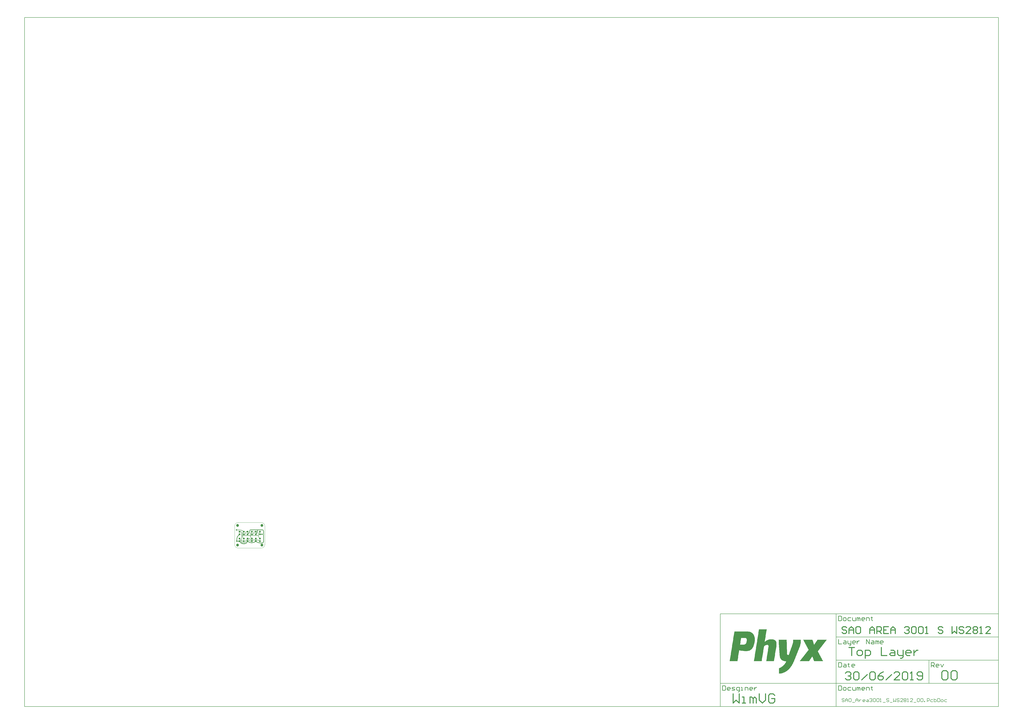
<source format=gtl>
G04*
G04 #@! TF.GenerationSoftware,Altium Limited,Altium Designer,18.1.11 (251)*
G04*
G04 Layer_Physical_Order=1*
G04 Layer_Color=3394611*
%FSLAX25Y25*%
%MOIN*%
G70*
G01*
G75*
%ADD11C,0.00591*%
%ADD12C,0.01575*%
%ADD15C,0.00394*%
%ADD16C,0.00787*%
%ADD17C,0.00984*%
%ADD18R,0.02756X0.02756*%
%ADD22C,0.00984*%
%ADD23C,0.04724*%
%ADD24C,0.02362*%
G36*
X872201Y-141778D02*
X873919D01*
Y-142065D01*
X874778D01*
Y-142351D01*
X875637D01*
Y-142637D01*
X876496D01*
Y-142924D01*
X877069D01*
Y-143210D01*
X877355D01*
Y-143496D01*
X877928D01*
Y-143783D01*
X878214D01*
Y-144069D01*
X878786D01*
Y-144355D01*
X879073D01*
Y-144641D01*
X879359D01*
Y-144928D01*
X879646D01*
Y-145214D01*
X879932D01*
Y-145501D01*
X880218D01*
Y-145787D01*
X880504D01*
Y-146073D01*
Y-146359D01*
X880791D01*
Y-146646D01*
X881077D01*
Y-146932D01*
Y-147218D01*
X881363D01*
Y-147505D01*
X881650D01*
Y-147791D01*
Y-148077D01*
X881936D01*
Y-148364D01*
Y-148650D01*
Y-148936D01*
X882222D01*
Y-149223D01*
Y-149509D01*
Y-149795D01*
X882509D01*
Y-150082D01*
Y-150368D01*
Y-150654D01*
Y-150940D01*
X882795D01*
Y-151227D01*
Y-151513D01*
Y-151799D01*
Y-152086D01*
Y-152372D01*
X883081D01*
Y-152658D01*
Y-152945D01*
Y-153231D01*
Y-153517D01*
Y-153804D01*
Y-154090D01*
Y-154376D01*
Y-154663D01*
Y-154949D01*
Y-155235D01*
Y-155521D01*
Y-155808D01*
Y-156094D01*
Y-156380D01*
Y-156667D01*
Y-156953D01*
Y-157239D01*
Y-157526D01*
Y-157812D01*
Y-158098D01*
X882795D01*
Y-158385D01*
Y-158671D01*
Y-158957D01*
Y-159244D01*
Y-159530D01*
Y-159816D01*
Y-160102D01*
X882509D01*
Y-160389D01*
Y-160675D01*
Y-160961D01*
Y-161248D01*
Y-161534D01*
X882222D01*
Y-161820D01*
Y-162107D01*
Y-162393D01*
Y-162679D01*
Y-162966D01*
X881936D01*
Y-163252D01*
Y-163538D01*
Y-163824D01*
X881650D01*
Y-164111D01*
Y-164397D01*
Y-164683D01*
Y-164970D01*
X881363D01*
Y-165256D01*
Y-165542D01*
Y-165829D01*
X881077D01*
Y-166115D01*
Y-166401D01*
X880791D01*
Y-166688D01*
Y-166974D01*
Y-167260D01*
X880504D01*
Y-167547D01*
Y-167833D01*
X880218D01*
Y-168119D01*
Y-168405D01*
X879932D01*
Y-168692D01*
Y-168978D01*
X879646D01*
Y-169264D01*
X879359D01*
Y-169551D01*
Y-169837D01*
X879073D01*
Y-170123D01*
X878786D01*
Y-170410D01*
X878500D01*
Y-170696D01*
Y-170982D01*
X878214D01*
Y-171269D01*
X877928D01*
Y-171555D01*
X877641D01*
Y-171841D01*
X877355D01*
Y-172127D01*
X877069D01*
Y-172414D01*
X876496D01*
Y-172700D01*
X876210D01*
Y-172986D01*
X875637D01*
Y-173273D01*
X875351D01*
Y-173559D01*
X874778D01*
Y-173845D01*
X873919D01*
Y-174132D01*
X873060D01*
Y-174418D01*
X872201D01*
Y-174704D01*
X870483D01*
Y-174991D01*
X865330D01*
Y-174704D01*
X862753D01*
Y-174418D01*
X860749D01*
Y-174132D01*
X859317D01*
Y-173845D01*
X857886D01*
Y-173559D01*
X856454D01*
Y-173845D01*
Y-174132D01*
Y-174418D01*
Y-174704D01*
Y-174991D01*
Y-175277D01*
Y-175563D01*
X856168D01*
Y-175850D01*
Y-176136D01*
Y-176422D01*
Y-176709D01*
Y-176995D01*
Y-177281D01*
X855882D01*
Y-177568D01*
Y-177854D01*
Y-178140D01*
Y-178426D01*
Y-178713D01*
Y-178999D01*
X855595D01*
Y-179285D01*
Y-179572D01*
Y-179858D01*
Y-180144D01*
Y-180431D01*
Y-180717D01*
Y-181003D01*
X855309D01*
Y-181290D01*
Y-181576D01*
Y-181862D01*
Y-182149D01*
Y-182435D01*
Y-182721D01*
X855023D01*
Y-183007D01*
Y-183294D01*
Y-183580D01*
Y-183866D01*
Y-184153D01*
Y-184439D01*
X854736D01*
Y-184725D01*
Y-185012D01*
Y-185298D01*
Y-185584D01*
Y-185871D01*
Y-186157D01*
Y-186443D01*
X854450D01*
Y-186730D01*
Y-187016D01*
Y-187302D01*
Y-187588D01*
Y-187875D01*
Y-188161D01*
X854164D01*
Y-188447D01*
Y-188734D01*
Y-189020D01*
Y-189306D01*
Y-189593D01*
Y-189879D01*
X853877D01*
Y-190165D01*
Y-190452D01*
Y-190738D01*
Y-191024D01*
Y-191311D01*
Y-191597D01*
Y-191883D01*
X840421D01*
Y-191597D01*
X840707D01*
Y-191311D01*
Y-191024D01*
Y-190738D01*
Y-190452D01*
Y-190165D01*
X840993D01*
Y-189879D01*
Y-189593D01*
Y-189306D01*
Y-189020D01*
Y-188734D01*
Y-188447D01*
Y-188161D01*
X841280D01*
Y-187875D01*
Y-187588D01*
Y-187302D01*
Y-187016D01*
Y-186730D01*
Y-186443D01*
X841566D01*
Y-186157D01*
Y-185871D01*
Y-185584D01*
Y-185298D01*
Y-185012D01*
Y-184725D01*
X841852D01*
Y-184439D01*
Y-184153D01*
Y-183866D01*
Y-183580D01*
Y-183294D01*
Y-183007D01*
Y-182721D01*
X842138D01*
Y-182435D01*
Y-182149D01*
Y-181862D01*
Y-181576D01*
Y-181290D01*
Y-181003D01*
X842425D01*
Y-180717D01*
Y-180431D01*
Y-180144D01*
Y-179858D01*
Y-179572D01*
Y-179285D01*
X842711D01*
Y-178999D01*
Y-178713D01*
Y-178426D01*
Y-178140D01*
Y-177854D01*
Y-177568D01*
X842997D01*
Y-177281D01*
Y-176995D01*
Y-176709D01*
Y-176422D01*
Y-176136D01*
Y-175850D01*
Y-175563D01*
X843284D01*
Y-175277D01*
Y-174991D01*
Y-174704D01*
Y-174418D01*
Y-174132D01*
Y-173845D01*
X843570D01*
Y-173559D01*
Y-173273D01*
Y-172986D01*
Y-172700D01*
Y-172414D01*
Y-172127D01*
X843856D01*
Y-171841D01*
Y-171555D01*
Y-171269D01*
Y-170982D01*
Y-170696D01*
Y-170410D01*
X844143D01*
Y-170123D01*
Y-169837D01*
Y-169551D01*
Y-169264D01*
Y-168978D01*
Y-168692D01*
Y-168405D01*
X844429D01*
Y-168119D01*
Y-167833D01*
Y-167547D01*
Y-167260D01*
Y-166974D01*
Y-166688D01*
X844715D01*
Y-166401D01*
Y-166115D01*
Y-165829D01*
Y-165542D01*
Y-165256D01*
Y-164970D01*
X845002D01*
Y-164683D01*
Y-164397D01*
Y-164111D01*
Y-163824D01*
Y-163538D01*
Y-163252D01*
Y-162966D01*
X845288D01*
Y-162679D01*
Y-162393D01*
Y-162107D01*
Y-161820D01*
Y-161534D01*
Y-161248D01*
X845574D01*
Y-160961D01*
Y-160675D01*
Y-160389D01*
Y-160102D01*
Y-159816D01*
Y-159530D01*
X845861D01*
Y-159244D01*
Y-158957D01*
Y-158671D01*
Y-158385D01*
Y-158098D01*
Y-157812D01*
X846147D01*
Y-157526D01*
Y-157239D01*
Y-156953D01*
Y-156667D01*
Y-156380D01*
Y-156094D01*
Y-155808D01*
X846433D01*
Y-155521D01*
Y-155235D01*
Y-154949D01*
Y-154663D01*
Y-154376D01*
Y-154090D01*
X846719D01*
Y-153804D01*
Y-153517D01*
Y-153231D01*
Y-152945D01*
Y-152658D01*
Y-152372D01*
X847006D01*
Y-152086D01*
Y-151799D01*
Y-151513D01*
Y-151227D01*
Y-150940D01*
Y-150654D01*
Y-150368D01*
X847292D01*
Y-150082D01*
Y-149795D01*
Y-149509D01*
Y-149223D01*
Y-148936D01*
Y-148650D01*
X847578D01*
Y-148364D01*
Y-148077D01*
Y-147791D01*
Y-147505D01*
Y-147218D01*
Y-146932D01*
X847865D01*
Y-146646D01*
Y-146359D01*
Y-146073D01*
Y-145787D01*
Y-145501D01*
Y-145214D01*
Y-144928D01*
X848151D01*
Y-144641D01*
Y-144355D01*
Y-144069D01*
Y-143783D01*
Y-143496D01*
Y-143210D01*
X848437D01*
Y-142924D01*
Y-142637D01*
Y-142351D01*
Y-142065D01*
Y-141778D01*
Y-141492D01*
X872201D01*
Y-141778D01*
D02*
G37*
G36*
X903409Y-138343D02*
Y-138629D01*
X903123D01*
Y-138915D01*
Y-139202D01*
Y-139488D01*
Y-139774D01*
Y-140060D01*
Y-140347D01*
X902837D01*
Y-140633D01*
Y-140919D01*
Y-141206D01*
Y-141492D01*
Y-141778D01*
Y-142065D01*
X902551D01*
Y-142351D01*
Y-142637D01*
Y-142924D01*
Y-143210D01*
Y-143496D01*
Y-143783D01*
Y-144069D01*
X902264D01*
Y-144355D01*
Y-144641D01*
Y-144928D01*
Y-145214D01*
Y-145501D01*
Y-145787D01*
X901978D01*
Y-146073D01*
Y-146359D01*
Y-146646D01*
Y-146932D01*
Y-147218D01*
Y-147505D01*
X901692D01*
Y-147791D01*
Y-148077D01*
Y-148364D01*
Y-148650D01*
Y-148936D01*
Y-149223D01*
Y-149509D01*
X901405D01*
Y-149795D01*
Y-150082D01*
Y-150368D01*
Y-150654D01*
Y-150940D01*
Y-151227D01*
X901119D01*
Y-151513D01*
Y-151799D01*
Y-152086D01*
Y-152372D01*
Y-152658D01*
Y-152945D01*
X900833D01*
Y-153231D01*
Y-153517D01*
Y-153804D01*
Y-154090D01*
Y-154376D01*
Y-154663D01*
X900546D01*
Y-154949D01*
Y-155235D01*
Y-155521D01*
Y-155808D01*
Y-156094D01*
Y-156380D01*
Y-156667D01*
X900260D01*
Y-156953D01*
Y-157239D01*
Y-157526D01*
Y-157812D01*
Y-158098D01*
Y-158385D01*
X899974D01*
Y-158671D01*
Y-158957D01*
X900546D01*
Y-158671D01*
X900833D01*
Y-158385D01*
X901119D01*
Y-158098D01*
X901692D01*
Y-157812D01*
X901978D01*
Y-157526D01*
X902264D01*
Y-157239D01*
X902837D01*
Y-156953D01*
X903409D01*
Y-156667D01*
X903696D01*
Y-156380D01*
X904268D01*
Y-156094D01*
X905127D01*
Y-155808D01*
X905700D01*
Y-155521D01*
X906559D01*
Y-155235D01*
X907990D01*
Y-154949D01*
X914289D01*
Y-155235D01*
X915435D01*
Y-155521D01*
X916294D01*
Y-155808D01*
X916866D01*
Y-156094D01*
X917153D01*
Y-156380D01*
X917725D01*
Y-156667D01*
X918011D01*
Y-156953D01*
X918298D01*
Y-157239D01*
X918584D01*
Y-157526D01*
X918870D01*
Y-157812D01*
Y-158098D01*
X919157D01*
Y-158385D01*
Y-158671D01*
X919443D01*
Y-158957D01*
Y-159244D01*
Y-159530D01*
X919729D01*
Y-159816D01*
Y-160102D01*
Y-160389D01*
Y-160675D01*
X920016D01*
Y-160961D01*
Y-161248D01*
Y-161534D01*
Y-161820D01*
Y-162107D01*
Y-162393D01*
Y-162679D01*
Y-162966D01*
Y-163252D01*
Y-163538D01*
Y-163824D01*
Y-164111D01*
Y-164397D01*
Y-164683D01*
Y-164970D01*
Y-165256D01*
Y-165542D01*
Y-165829D01*
X919729D01*
Y-166115D01*
Y-166401D01*
Y-166688D01*
Y-166974D01*
Y-167260D01*
Y-167547D01*
Y-167833D01*
X919443D01*
Y-168119D01*
Y-168405D01*
Y-168692D01*
Y-168978D01*
Y-169264D01*
Y-169551D01*
Y-169837D01*
X919157D01*
Y-170123D01*
Y-170410D01*
Y-170696D01*
Y-170982D01*
Y-171269D01*
Y-171555D01*
X918870D01*
Y-171841D01*
Y-172127D01*
Y-172414D01*
Y-172700D01*
Y-172986D01*
Y-173273D01*
X918584D01*
Y-173559D01*
Y-173845D01*
Y-174132D01*
Y-174418D01*
Y-174704D01*
Y-174991D01*
X918298D01*
Y-175277D01*
Y-175563D01*
Y-175850D01*
Y-176136D01*
Y-176422D01*
Y-176709D01*
Y-176995D01*
X918011D01*
Y-177281D01*
Y-177568D01*
Y-177854D01*
Y-178140D01*
Y-178426D01*
Y-178713D01*
X917725D01*
Y-178999D01*
Y-179285D01*
Y-179572D01*
Y-179858D01*
Y-180144D01*
Y-180431D01*
X917439D01*
Y-180717D01*
Y-181003D01*
Y-181290D01*
Y-181576D01*
Y-181862D01*
Y-182149D01*
Y-182435D01*
X917153D01*
Y-182721D01*
Y-183007D01*
Y-183294D01*
Y-183580D01*
Y-183866D01*
Y-184153D01*
X916866D01*
Y-184439D01*
Y-184725D01*
Y-185012D01*
Y-185298D01*
Y-185584D01*
Y-185871D01*
X916580D01*
Y-186157D01*
Y-186443D01*
Y-186730D01*
Y-187016D01*
Y-187302D01*
Y-187588D01*
X916294D01*
Y-187875D01*
Y-188161D01*
Y-188447D01*
Y-188734D01*
Y-189020D01*
Y-189306D01*
Y-189593D01*
X916007D01*
Y-189879D01*
Y-190165D01*
Y-190452D01*
Y-190738D01*
Y-191024D01*
Y-191311D01*
X915721D01*
Y-191597D01*
Y-191883D01*
X902551D01*
Y-191597D01*
Y-191311D01*
X902837D01*
Y-191024D01*
Y-190738D01*
Y-190452D01*
Y-190165D01*
Y-189879D01*
Y-189593D01*
X903123D01*
Y-189306D01*
Y-189020D01*
Y-188734D01*
Y-188447D01*
Y-188161D01*
Y-187875D01*
Y-187588D01*
X903409D01*
Y-187302D01*
Y-187016D01*
Y-186730D01*
Y-186443D01*
Y-186157D01*
Y-185871D01*
X903696D01*
Y-185584D01*
Y-185298D01*
Y-185012D01*
Y-184725D01*
Y-184439D01*
Y-184153D01*
X903982D01*
Y-183866D01*
Y-183580D01*
Y-183294D01*
Y-183007D01*
Y-182721D01*
Y-182435D01*
Y-182149D01*
X904268D01*
Y-181862D01*
Y-181576D01*
Y-181290D01*
Y-181003D01*
Y-180717D01*
Y-180431D01*
X904555D01*
Y-180144D01*
Y-179858D01*
Y-179572D01*
Y-179285D01*
Y-178999D01*
Y-178713D01*
Y-178426D01*
X904841D01*
Y-178140D01*
Y-177854D01*
Y-177568D01*
Y-177281D01*
Y-176995D01*
Y-176709D01*
X905127D01*
Y-176422D01*
Y-176136D01*
Y-175850D01*
Y-175563D01*
Y-175277D01*
Y-174991D01*
X905414D01*
Y-174704D01*
Y-174418D01*
Y-174132D01*
Y-173845D01*
Y-173559D01*
Y-173273D01*
X905700D01*
Y-172986D01*
Y-172700D01*
Y-172414D01*
Y-172127D01*
Y-171841D01*
Y-171555D01*
Y-171269D01*
X905986D01*
Y-170982D01*
Y-170696D01*
Y-170410D01*
Y-170123D01*
Y-169837D01*
Y-169551D01*
X906273D01*
Y-169264D01*
Y-168978D01*
Y-168692D01*
Y-168405D01*
Y-168119D01*
Y-167833D01*
Y-167547D01*
X906559D01*
Y-167260D01*
Y-166974D01*
Y-166688D01*
Y-166401D01*
Y-166115D01*
Y-165829D01*
X906273D01*
Y-165542D01*
Y-165256D01*
X905986D01*
Y-164970D01*
X905700D01*
Y-164683D01*
X905127D01*
Y-164397D01*
X903409D01*
Y-164683D01*
X901978D01*
Y-164970D01*
X901119D01*
Y-165256D01*
X900546D01*
Y-165542D01*
X900260D01*
Y-165829D01*
X899687D01*
Y-166115D01*
X899401D01*
Y-166401D01*
X899115D01*
Y-166688D01*
Y-166974D01*
X898828D01*
Y-167260D01*
Y-167547D01*
Y-167833D01*
X898542D01*
Y-168119D01*
Y-168405D01*
Y-168692D01*
Y-168978D01*
Y-169264D01*
Y-169551D01*
X898256D01*
Y-169837D01*
Y-170123D01*
Y-170410D01*
Y-170696D01*
Y-170982D01*
Y-171269D01*
Y-171555D01*
X897970D01*
Y-171841D01*
Y-172127D01*
Y-172414D01*
Y-172700D01*
Y-172986D01*
Y-173273D01*
X897683D01*
Y-173559D01*
Y-173845D01*
Y-174132D01*
Y-174418D01*
Y-174704D01*
Y-174991D01*
X897397D01*
Y-175277D01*
Y-175563D01*
Y-175850D01*
Y-176136D01*
Y-176422D01*
Y-176709D01*
X897111D01*
Y-176995D01*
Y-177281D01*
Y-177568D01*
Y-177854D01*
Y-178140D01*
Y-178426D01*
Y-178713D01*
X896824D01*
Y-178999D01*
Y-179285D01*
Y-179572D01*
Y-179858D01*
Y-180144D01*
Y-180431D01*
X896538D01*
Y-180717D01*
Y-181003D01*
Y-181290D01*
Y-181576D01*
Y-181862D01*
Y-182149D01*
X896252D01*
Y-182435D01*
Y-182721D01*
Y-183007D01*
Y-183294D01*
Y-183580D01*
Y-183866D01*
Y-184153D01*
X895965D01*
Y-184439D01*
Y-184725D01*
Y-185012D01*
Y-185298D01*
Y-185584D01*
Y-185871D01*
X895679D01*
Y-186157D01*
Y-186443D01*
Y-186730D01*
Y-187016D01*
Y-187302D01*
Y-187588D01*
X895393D01*
Y-187875D01*
Y-188161D01*
Y-188447D01*
Y-188734D01*
Y-189020D01*
Y-189306D01*
X895106D01*
Y-189593D01*
Y-189879D01*
Y-190165D01*
Y-190452D01*
Y-190738D01*
Y-191024D01*
Y-191311D01*
X894820D01*
Y-191597D01*
Y-191883D01*
X881650D01*
Y-191597D01*
Y-191311D01*
X881936D01*
Y-191024D01*
Y-190738D01*
Y-190452D01*
Y-190165D01*
Y-189879D01*
Y-189593D01*
Y-189306D01*
X882222D01*
Y-189020D01*
Y-188734D01*
Y-188447D01*
Y-188161D01*
Y-187875D01*
Y-187588D01*
X882509D01*
Y-187302D01*
Y-187016D01*
Y-186730D01*
Y-186443D01*
Y-186157D01*
Y-185871D01*
X882795D01*
Y-185584D01*
Y-185298D01*
Y-185012D01*
Y-184725D01*
Y-184439D01*
Y-184153D01*
Y-183866D01*
X883081D01*
Y-183580D01*
Y-183294D01*
Y-183007D01*
Y-182721D01*
Y-182435D01*
Y-182149D01*
X883368D01*
Y-181862D01*
Y-181576D01*
Y-181290D01*
Y-181003D01*
Y-180717D01*
Y-180431D01*
X883654D01*
Y-180144D01*
Y-179858D01*
Y-179572D01*
Y-179285D01*
Y-178999D01*
Y-178713D01*
X883940D01*
Y-178426D01*
Y-178140D01*
Y-177854D01*
Y-177568D01*
Y-177281D01*
Y-176995D01*
Y-176709D01*
X884227D01*
Y-176422D01*
Y-176136D01*
Y-175850D01*
Y-175563D01*
Y-175277D01*
Y-174991D01*
X884513D01*
Y-174704D01*
Y-174418D01*
Y-174132D01*
Y-173845D01*
Y-173559D01*
Y-173273D01*
X884799D01*
Y-172986D01*
Y-172700D01*
Y-172414D01*
Y-172127D01*
Y-171841D01*
Y-171555D01*
Y-171269D01*
X885085D01*
Y-170982D01*
Y-170696D01*
Y-170410D01*
Y-170123D01*
Y-169837D01*
Y-169551D01*
X885372D01*
Y-169264D01*
Y-168978D01*
Y-168692D01*
Y-168405D01*
Y-168119D01*
Y-167833D01*
X885658D01*
Y-167547D01*
Y-167260D01*
Y-166974D01*
Y-166688D01*
Y-166401D01*
Y-166115D01*
X885944D01*
Y-165829D01*
Y-165542D01*
Y-165256D01*
Y-164970D01*
Y-164683D01*
Y-164397D01*
Y-164111D01*
X886231D01*
Y-163824D01*
Y-163538D01*
Y-163252D01*
Y-162966D01*
Y-162679D01*
Y-162393D01*
X886517D01*
Y-162107D01*
Y-161820D01*
Y-161534D01*
Y-161248D01*
Y-160961D01*
Y-160675D01*
X886803D01*
Y-160389D01*
Y-160102D01*
Y-159816D01*
Y-159530D01*
Y-159244D01*
Y-158957D01*
X887090D01*
Y-158671D01*
Y-158385D01*
Y-158098D01*
Y-157812D01*
Y-157526D01*
Y-157239D01*
Y-156953D01*
X887376D01*
Y-156667D01*
Y-156380D01*
Y-156094D01*
Y-155808D01*
Y-155521D01*
Y-155235D01*
X887662D01*
Y-154949D01*
Y-154663D01*
Y-154376D01*
Y-154090D01*
Y-153804D01*
Y-153517D01*
X887949D01*
Y-153231D01*
Y-152945D01*
Y-152658D01*
Y-152372D01*
Y-152086D01*
Y-151799D01*
Y-151513D01*
X888235D01*
Y-151227D01*
Y-150940D01*
Y-150654D01*
Y-150368D01*
Y-150082D01*
Y-149795D01*
X888521D01*
Y-149509D01*
Y-149223D01*
Y-148936D01*
Y-148650D01*
Y-148364D01*
Y-148077D01*
X888807D01*
Y-147791D01*
Y-147505D01*
Y-147218D01*
Y-146932D01*
Y-146646D01*
Y-146359D01*
X889094D01*
Y-146073D01*
Y-145787D01*
Y-145501D01*
Y-145214D01*
Y-144928D01*
Y-144641D01*
Y-144355D01*
X889380D01*
Y-144069D01*
Y-143783D01*
Y-143496D01*
Y-143210D01*
Y-142924D01*
Y-142637D01*
X889666D01*
Y-142351D01*
Y-142065D01*
Y-141778D01*
Y-141492D01*
Y-141206D01*
Y-140919D01*
X889953D01*
Y-140633D01*
Y-140347D01*
Y-140060D01*
Y-139774D01*
Y-139488D01*
Y-139202D01*
Y-138915D01*
X890239D01*
Y-138629D01*
Y-138343D01*
Y-138056D01*
X903409D01*
Y-138343D01*
D02*
G37*
G36*
X1005337Y-155808D02*
X1005050D01*
Y-156094D01*
X1004764D01*
Y-156380D01*
Y-156667D01*
X1004478D01*
Y-156953D01*
X1004192D01*
Y-157239D01*
X1003905D01*
Y-157526D01*
Y-157812D01*
X1003619D01*
Y-158098D01*
X1003333D01*
Y-158385D01*
X1003046D01*
Y-158671D01*
X1002760D01*
Y-158957D01*
Y-159244D01*
X1002474D01*
Y-159530D01*
X1002187D01*
Y-159816D01*
X1001901D01*
Y-160102D01*
Y-160389D01*
X1001615D01*
Y-160675D01*
X1001328D01*
Y-160961D01*
X1001042D01*
Y-161248D01*
X1000756D01*
Y-161534D01*
Y-161820D01*
X1000469D01*
Y-162107D01*
X1000183D01*
Y-162393D01*
X999897D01*
Y-162679D01*
Y-162966D01*
X999611D01*
Y-163252D01*
X999324D01*
Y-163538D01*
X999038D01*
Y-163824D01*
Y-164111D01*
X998752D01*
Y-164397D01*
X998465D01*
Y-164683D01*
X998179D01*
Y-164970D01*
X997893D01*
Y-165256D01*
Y-165542D01*
X997606D01*
Y-165829D01*
X997320D01*
Y-166115D01*
X997034D01*
Y-166401D01*
Y-166688D01*
X996747D01*
Y-166974D01*
X996461D01*
Y-167260D01*
X996175D01*
Y-167547D01*
Y-167833D01*
X995889D01*
Y-168119D01*
X995602D01*
Y-168405D01*
X995316D01*
Y-168692D01*
X995030D01*
Y-168978D01*
Y-169264D01*
X994743D01*
Y-169551D01*
X994457D01*
Y-169837D01*
X994171D01*
Y-170123D01*
Y-170410D01*
X993884D01*
Y-170696D01*
X993598D01*
Y-170982D01*
X993312D01*
Y-171269D01*
Y-171555D01*
X993025D01*
Y-171841D01*
X992739D01*
Y-172127D01*
X992453D01*
Y-172414D01*
X992166D01*
Y-172700D01*
Y-172986D01*
X991880D01*
Y-173273D01*
X991594D01*
Y-173559D01*
X991308D01*
Y-173845D01*
Y-174132D01*
X991021D01*
Y-174418D01*
X990735D01*
Y-174704D01*
X990449D01*
Y-174991D01*
X990162D01*
Y-175277D01*
Y-175563D01*
X990449D01*
Y-175850D01*
Y-176136D01*
X990735D01*
Y-176422D01*
Y-176709D01*
X991021D01*
Y-176995D01*
X991308D01*
Y-177281D01*
Y-177568D01*
X991594D01*
Y-177854D01*
Y-178140D01*
X991880D01*
Y-178426D01*
Y-178713D01*
X992166D01*
Y-178999D01*
Y-179285D01*
X992453D01*
Y-179572D01*
Y-179858D01*
X992739D01*
Y-180144D01*
Y-180431D01*
X993025D01*
Y-180717D01*
Y-181003D01*
X993312D01*
Y-181290D01*
Y-181576D01*
X993598D01*
Y-181862D01*
X993884D01*
Y-182149D01*
Y-182435D01*
X994171D01*
Y-182721D01*
Y-183007D01*
X994457D01*
Y-183294D01*
Y-183580D01*
X994743D01*
Y-183866D01*
Y-184153D01*
X995030D01*
Y-184439D01*
Y-184725D01*
X995316D01*
Y-185012D01*
Y-185298D01*
X995602D01*
Y-185584D01*
Y-185871D01*
X995889D01*
Y-186157D01*
X996175D01*
Y-186443D01*
Y-186730D01*
X996461D01*
Y-187016D01*
Y-187302D01*
X996747D01*
Y-187588D01*
Y-187875D01*
X997034D01*
Y-188161D01*
Y-188447D01*
X997320D01*
Y-188734D01*
Y-189020D01*
X997606D01*
Y-189306D01*
Y-189593D01*
X997893D01*
Y-189879D01*
Y-190165D01*
X998179D01*
Y-190452D01*
X998465D01*
Y-190738D01*
Y-191024D01*
X998752D01*
Y-191311D01*
Y-191597D01*
X999038D01*
Y-191883D01*
X983863D01*
Y-191597D01*
X983577D01*
Y-191311D01*
Y-191024D01*
Y-190738D01*
X983291D01*
Y-190452D01*
Y-190165D01*
Y-189879D01*
X983004D01*
Y-189593D01*
Y-189306D01*
X982718D01*
Y-189020D01*
Y-188734D01*
Y-188447D01*
X982432D01*
Y-188161D01*
Y-187875D01*
Y-187588D01*
X982146D01*
Y-187302D01*
Y-187016D01*
X981859D01*
Y-186730D01*
Y-186443D01*
Y-186157D01*
X981573D01*
Y-185871D01*
Y-185584D01*
Y-185298D01*
X981287D01*
Y-185012D01*
Y-184725D01*
Y-184439D01*
X981000D01*
Y-184153D01*
X980428D01*
Y-184439D01*
Y-184725D01*
X980141D01*
Y-185012D01*
X979855D01*
Y-185298D01*
Y-185584D01*
X979569D01*
Y-185871D01*
X979282D01*
Y-186157D01*
Y-186443D01*
X978996D01*
Y-186730D01*
X978710D01*
Y-187016D01*
Y-187302D01*
X978423D01*
Y-187588D01*
X978137D01*
Y-187875D01*
X977851D01*
Y-188161D01*
Y-188447D01*
X977565D01*
Y-188734D01*
X977278D01*
Y-189020D01*
Y-189306D01*
X976992D01*
Y-189593D01*
X976705D01*
Y-189879D01*
Y-190165D01*
X976419D01*
Y-190452D01*
X976133D01*
Y-190738D01*
Y-191024D01*
X975847D01*
Y-191311D01*
X975560D01*
Y-191597D01*
Y-191883D01*
X959527D01*
Y-191597D01*
X959813D01*
Y-191311D01*
X960099D01*
Y-191024D01*
X960386D01*
Y-190738D01*
X960672D01*
Y-190452D01*
Y-190165D01*
X960958D01*
Y-189879D01*
X961245D01*
Y-189593D01*
X961531D01*
Y-189306D01*
X961817D01*
Y-189020D01*
Y-188734D01*
X962104D01*
Y-188447D01*
X962390D01*
Y-188161D01*
X962676D01*
Y-187875D01*
Y-187588D01*
X962963D01*
Y-187302D01*
X963249D01*
Y-187016D01*
X963535D01*
Y-186730D01*
X963822D01*
Y-186443D01*
Y-186157D01*
X964108D01*
Y-185871D01*
X964394D01*
Y-185584D01*
X964680D01*
Y-185298D01*
X964967D01*
Y-185012D01*
Y-184725D01*
X965253D01*
Y-184439D01*
X965539D01*
Y-184153D01*
X965826D01*
Y-183866D01*
Y-183580D01*
X966112D01*
Y-183294D01*
X966398D01*
Y-183007D01*
X966685D01*
Y-182721D01*
X966971D01*
Y-182435D01*
Y-182149D01*
X967257D01*
Y-181862D01*
X967544D01*
Y-181576D01*
X967830D01*
Y-181290D01*
Y-181003D01*
X968116D01*
Y-180717D01*
X968402D01*
Y-180431D01*
X968689D01*
Y-180144D01*
X968975D01*
Y-179858D01*
Y-179572D01*
X969261D01*
Y-179285D01*
X969548D01*
Y-178999D01*
X969834D01*
Y-178713D01*
Y-178426D01*
X970120D01*
Y-178140D01*
X970407D01*
Y-177854D01*
X970693D01*
Y-177568D01*
X970979D01*
Y-177281D01*
Y-176995D01*
X971266D01*
Y-176709D01*
X971552D01*
Y-176422D01*
X971838D01*
Y-176136D01*
X972124D01*
Y-175850D01*
Y-175563D01*
X972411D01*
Y-175277D01*
X972697D01*
Y-174991D01*
X972983D01*
Y-174704D01*
Y-174418D01*
X973270D01*
Y-174132D01*
X973556D01*
Y-173845D01*
X973842D01*
Y-173559D01*
X974129D01*
Y-173273D01*
Y-172986D01*
X974415D01*
Y-172700D01*
Y-172414D01*
Y-172127D01*
X974129D01*
Y-171841D01*
X973842D01*
Y-171555D01*
Y-171269D01*
X973556D01*
Y-170982D01*
Y-170696D01*
X973270D01*
Y-170410D01*
Y-170123D01*
X972983D01*
Y-169837D01*
Y-169551D01*
X972697D01*
Y-169264D01*
Y-168978D01*
X972411D01*
Y-168692D01*
Y-168405D01*
X972124D01*
Y-168119D01*
X971838D01*
Y-167833D01*
Y-167547D01*
X971552D01*
Y-167260D01*
Y-166974D01*
X971266D01*
Y-166688D01*
Y-166401D01*
X970979D01*
Y-166115D01*
Y-165829D01*
X970693D01*
Y-165542D01*
Y-165256D01*
X970407D01*
Y-164970D01*
Y-164683D01*
X970120D01*
Y-164397D01*
X969834D01*
Y-164111D01*
Y-163824D01*
X969548D01*
Y-163538D01*
Y-163252D01*
X969261D01*
Y-162966D01*
Y-162679D01*
X968975D01*
Y-162393D01*
Y-162107D01*
X968689D01*
Y-161820D01*
Y-161534D01*
X968402D01*
Y-161248D01*
Y-160961D01*
X968116D01*
Y-160675D01*
Y-160389D01*
X967830D01*
Y-160102D01*
X967544D01*
Y-159816D01*
Y-159530D01*
X967257D01*
Y-159244D01*
Y-158957D01*
X966971D01*
Y-158671D01*
Y-158385D01*
X966685D01*
Y-158098D01*
Y-157812D01*
X966398D01*
Y-157526D01*
Y-157239D01*
X966112D01*
Y-156953D01*
Y-156667D01*
X965826D01*
Y-156380D01*
X965539D01*
Y-156094D01*
Y-155808D01*
X965253D01*
Y-155521D01*
X981000D01*
Y-155808D01*
X981287D01*
Y-156094D01*
Y-156380D01*
Y-156667D01*
X981573D01*
Y-156953D01*
Y-157239D01*
Y-157526D01*
X981859D01*
Y-157812D01*
Y-158098D01*
Y-158385D01*
X982146D01*
Y-158671D01*
Y-158957D01*
Y-159244D01*
X982432D01*
Y-159530D01*
Y-159816D01*
Y-160102D01*
X982718D01*
Y-160389D01*
Y-160675D01*
Y-160961D01*
X983004D01*
Y-161248D01*
Y-161534D01*
Y-161820D01*
X983291D01*
Y-162107D01*
Y-162393D01*
Y-162679D01*
X983577D01*
Y-162966D01*
Y-163252D01*
Y-163538D01*
Y-163824D01*
X984150D01*
Y-163538D01*
X984436D01*
Y-163252D01*
X984722D01*
Y-162966D01*
Y-162679D01*
X985009D01*
Y-162393D01*
X985295D01*
Y-162107D01*
Y-161820D01*
X985581D01*
Y-161534D01*
X985868D01*
Y-161248D01*
Y-160961D01*
X986154D01*
Y-160675D01*
X986440D01*
Y-160389D01*
Y-160102D01*
X986726D01*
Y-159816D01*
X987013D01*
Y-159530D01*
Y-159244D01*
X987299D01*
Y-158957D01*
X987585D01*
Y-158671D01*
Y-158385D01*
X987872D01*
Y-158098D01*
X988158D01*
Y-157812D01*
Y-157526D01*
X988444D01*
Y-157239D01*
X988731D01*
Y-156953D01*
Y-156667D01*
X989017D01*
Y-156380D01*
X989303D01*
Y-156094D01*
Y-155808D01*
X989590D01*
Y-155521D01*
X1005337D01*
Y-155808D01*
D02*
G37*
G36*
X961245D02*
Y-156094D01*
Y-156380D01*
Y-156667D01*
Y-156953D01*
Y-157239D01*
Y-157526D01*
Y-157812D01*
Y-158098D01*
Y-158385D01*
Y-158671D01*
Y-158957D01*
Y-159244D01*
Y-159530D01*
Y-159816D01*
Y-160102D01*
Y-160389D01*
Y-160675D01*
Y-160961D01*
Y-161248D01*
Y-161534D01*
X960958D01*
Y-161820D01*
Y-162107D01*
Y-162393D01*
Y-162679D01*
Y-162966D01*
X960672D01*
Y-163252D01*
Y-163538D01*
Y-163824D01*
Y-164111D01*
X960386D01*
Y-164397D01*
Y-164683D01*
Y-164970D01*
Y-165256D01*
X960099D01*
Y-165542D01*
Y-165829D01*
Y-166115D01*
X959813D01*
Y-166401D01*
Y-166688D01*
Y-166974D01*
X959527D01*
Y-167260D01*
Y-167547D01*
Y-167833D01*
X959241D01*
Y-168119D01*
Y-168405D01*
Y-168692D01*
X958954D01*
Y-168978D01*
Y-169264D01*
X958668D01*
Y-169551D01*
Y-169837D01*
X958381D01*
Y-170123D01*
Y-170410D01*
Y-170696D01*
X958095D01*
Y-170982D01*
Y-171269D01*
X957809D01*
Y-171555D01*
Y-171841D01*
Y-172127D01*
X957523D01*
Y-172414D01*
Y-172700D01*
X957236D01*
Y-172986D01*
Y-173273D01*
Y-173559D01*
X956950D01*
Y-173845D01*
Y-174132D01*
X956664D01*
Y-174418D01*
Y-174704D01*
Y-174991D01*
X956377D01*
Y-175277D01*
Y-175563D01*
X956091D01*
Y-175850D01*
Y-176136D01*
Y-176422D01*
X955805D01*
Y-176709D01*
Y-176995D01*
X955518D01*
Y-177281D01*
Y-177568D01*
Y-177854D01*
X955232D01*
Y-178140D01*
Y-178426D01*
X954946D01*
Y-178713D01*
Y-178999D01*
Y-179285D01*
X954659D01*
Y-179572D01*
Y-179858D01*
X954373D01*
Y-180144D01*
Y-180431D01*
Y-180717D01*
X954087D01*
Y-181003D01*
Y-181290D01*
X953800D01*
Y-181576D01*
Y-181862D01*
Y-182149D01*
X953514D01*
Y-182435D01*
Y-182721D01*
X953228D01*
Y-183007D01*
Y-183294D01*
Y-183580D01*
X952942D01*
Y-183866D01*
Y-184153D01*
X952655D01*
Y-184439D01*
Y-184725D01*
Y-185012D01*
X952369D01*
Y-185298D01*
Y-185584D01*
X952083D01*
Y-185871D01*
Y-186157D01*
Y-186443D01*
X951796D01*
Y-186730D01*
Y-187016D01*
X951510D01*
Y-187302D01*
Y-187588D01*
Y-187875D01*
X951224D01*
Y-188161D01*
Y-188447D01*
X950937D01*
Y-188734D01*
Y-189020D01*
Y-189306D01*
X950651D01*
Y-189593D01*
Y-189879D01*
X950365D01*
Y-190165D01*
Y-190452D01*
Y-190738D01*
X950078D01*
Y-191024D01*
Y-191311D01*
X949792D01*
Y-191597D01*
Y-191883D01*
Y-192169D01*
X949506D01*
Y-192456D01*
Y-192742D01*
X949220D01*
Y-193028D01*
Y-193315D01*
X948933D01*
Y-193601D01*
Y-193887D01*
X948647D01*
Y-194174D01*
Y-194460D01*
Y-194746D01*
X948361D01*
Y-195033D01*
X948074D01*
Y-195319D01*
Y-195605D01*
Y-195891D01*
X947788D01*
Y-196178D01*
X947502D01*
Y-196464D01*
Y-196750D01*
X947215D01*
Y-197037D01*
Y-197323D01*
X946929D01*
Y-197609D01*
Y-197896D01*
X946643D01*
Y-198182D01*
Y-198468D01*
X946356D01*
Y-198755D01*
X946070D01*
Y-199041D01*
Y-199327D01*
X945784D01*
Y-199614D01*
Y-199900D01*
X945497D01*
Y-200186D01*
X945211D01*
Y-200472D01*
X944925D01*
Y-200759D01*
Y-201045D01*
X944639D01*
Y-201331D01*
X944352D01*
Y-201618D01*
Y-201904D01*
X944066D01*
Y-202190D01*
X943780D01*
Y-202477D01*
X943493D01*
Y-202763D01*
Y-203049D01*
X943207D01*
Y-203336D01*
X942921D01*
Y-203622D01*
X942634D01*
Y-203908D01*
X942348D01*
Y-204195D01*
X942062D01*
Y-204481D01*
Y-204767D01*
X941775D01*
Y-205053D01*
X941489D01*
Y-205340D01*
X941203D01*
Y-205626D01*
X940916D01*
Y-205912D01*
X940630D01*
Y-206199D01*
X940344D01*
Y-206485D01*
X940057D01*
Y-206771D01*
X939485D01*
Y-207058D01*
X939199D01*
Y-207344D01*
X938912D01*
Y-207630D01*
X938626D01*
Y-207917D01*
X938340D01*
Y-208203D01*
X937767D01*
Y-208489D01*
X937481D01*
Y-208776D01*
X936908D01*
Y-209062D01*
X936622D01*
Y-209348D01*
X936049D01*
Y-209634D01*
X935763D01*
Y-209921D01*
X935190D01*
Y-210207D01*
X934618D01*
Y-210493D01*
X934045D01*
Y-210780D01*
X933472D01*
Y-211066D01*
X932900D01*
Y-211352D01*
X932041D01*
Y-211639D01*
X931468D01*
Y-211925D01*
X930609D01*
Y-212211D01*
X929464D01*
Y-212498D01*
X928319D01*
Y-212784D01*
X926601D01*
Y-213070D01*
X924597D01*
Y-213357D01*
X924310D01*
Y-213070D01*
Y-212784D01*
Y-212498D01*
Y-212211D01*
Y-211925D01*
Y-211639D01*
Y-211352D01*
Y-211066D01*
Y-210780D01*
Y-210493D01*
Y-210207D01*
Y-209921D01*
Y-209634D01*
Y-209348D01*
Y-209062D01*
Y-208776D01*
Y-208489D01*
Y-208203D01*
Y-207917D01*
Y-207630D01*
Y-207344D01*
Y-207058D01*
Y-206771D01*
Y-206485D01*
Y-206199D01*
Y-205912D01*
Y-205626D01*
Y-205340D01*
Y-205053D01*
Y-204767D01*
Y-204481D01*
Y-204195D01*
Y-203908D01*
X924883D01*
Y-203622D01*
X925455D01*
Y-203336D01*
X926028D01*
Y-203049D01*
X926601D01*
Y-202763D01*
X927173D01*
Y-202477D01*
X927746D01*
Y-202190D01*
X928032D01*
Y-201904D01*
X928605D01*
Y-201618D01*
X928891D01*
Y-201331D01*
X929464D01*
Y-201045D01*
X929750D01*
Y-200759D01*
X930037D01*
Y-200472D01*
X930609D01*
Y-200186D01*
X930896D01*
Y-199900D01*
X931182D01*
Y-199614D01*
X931468D01*
Y-199327D01*
X931754D01*
Y-199041D01*
X932041D01*
Y-198755D01*
X932327D01*
Y-198468D01*
X932613D01*
Y-198182D01*
X932900D01*
Y-197896D01*
X933186D01*
Y-197609D01*
X933472D01*
Y-197323D01*
X933759D01*
Y-197037D01*
Y-196750D01*
X934045D01*
Y-196464D01*
X934331D01*
Y-196178D01*
X934618D01*
Y-195891D01*
Y-195605D01*
X934904D01*
Y-195319D01*
X935190D01*
Y-195033D01*
Y-194746D01*
X935476D01*
Y-194460D01*
Y-194174D01*
X935763D01*
Y-193887D01*
X936049D01*
Y-193601D01*
Y-193315D01*
X936335D01*
Y-193028D01*
Y-192742D01*
X936622D01*
Y-192456D01*
Y-192169D01*
X934904D01*
Y-191883D01*
X932900D01*
Y-191597D01*
X931754D01*
Y-191311D01*
X931182D01*
Y-191024D01*
X930323D01*
Y-190738D01*
X929750D01*
Y-190452D01*
X929464D01*
Y-190165D01*
X928891D01*
Y-189879D01*
X928605D01*
Y-189593D01*
X928319D01*
Y-189306D01*
X928032D01*
Y-189020D01*
X927746D01*
Y-188734D01*
X927460D01*
Y-188447D01*
Y-188161D01*
X927173D01*
Y-187875D01*
X926887D01*
Y-187588D01*
Y-187302D01*
X926601D01*
Y-187016D01*
Y-186730D01*
X926315D01*
Y-186443D01*
Y-186157D01*
X926028D01*
Y-185871D01*
Y-185584D01*
Y-185298D01*
X925742D01*
Y-185012D01*
Y-184725D01*
Y-184439D01*
Y-184153D01*
X925455D01*
Y-183866D01*
Y-183580D01*
Y-183294D01*
Y-183007D01*
Y-182721D01*
Y-182435D01*
Y-182149D01*
X925169D01*
Y-181862D01*
Y-181576D01*
Y-181290D01*
Y-181003D01*
Y-180717D01*
Y-180431D01*
Y-180144D01*
Y-179858D01*
Y-179572D01*
Y-179285D01*
Y-178999D01*
Y-178713D01*
Y-178426D01*
Y-178140D01*
Y-177854D01*
X924883D01*
Y-177568D01*
Y-177281D01*
Y-176995D01*
Y-176709D01*
Y-176422D01*
Y-176136D01*
Y-175850D01*
Y-175563D01*
Y-175277D01*
Y-174991D01*
Y-174704D01*
Y-174418D01*
Y-174132D01*
Y-173845D01*
Y-173559D01*
X924597D01*
Y-173273D01*
Y-172986D01*
Y-172700D01*
Y-172414D01*
Y-172127D01*
Y-171841D01*
Y-171555D01*
Y-171269D01*
Y-170982D01*
Y-170696D01*
Y-170410D01*
Y-170123D01*
Y-169837D01*
Y-169551D01*
Y-169264D01*
Y-168978D01*
X924310D01*
Y-168692D01*
Y-168405D01*
Y-168119D01*
Y-167833D01*
Y-167547D01*
Y-167260D01*
Y-166974D01*
Y-166688D01*
Y-166401D01*
Y-166115D01*
Y-165829D01*
Y-165542D01*
Y-165256D01*
Y-164970D01*
Y-164683D01*
Y-164397D01*
X924024D01*
Y-164111D01*
Y-163824D01*
Y-163538D01*
Y-163252D01*
Y-162966D01*
Y-162679D01*
Y-162393D01*
Y-162107D01*
Y-161820D01*
Y-161534D01*
Y-161248D01*
Y-160961D01*
Y-160675D01*
Y-160389D01*
X923738D01*
Y-160102D01*
Y-159816D01*
Y-159530D01*
Y-159244D01*
Y-158957D01*
Y-158671D01*
Y-158385D01*
Y-158098D01*
Y-157812D01*
Y-157526D01*
Y-157239D01*
Y-156953D01*
Y-156667D01*
Y-156380D01*
Y-156094D01*
Y-155808D01*
X923451D01*
Y-155521D01*
X937194D01*
Y-155808D01*
Y-156094D01*
Y-156380D01*
Y-156667D01*
Y-156953D01*
Y-157239D01*
Y-157526D01*
Y-157812D01*
Y-158098D01*
Y-158385D01*
Y-158671D01*
Y-158957D01*
Y-159244D01*
Y-159530D01*
X937481D01*
Y-159816D01*
Y-160102D01*
Y-160389D01*
Y-160675D01*
Y-160961D01*
Y-161248D01*
Y-161534D01*
Y-161820D01*
Y-162107D01*
Y-162393D01*
Y-162679D01*
Y-162966D01*
Y-163252D01*
Y-163538D01*
Y-163824D01*
Y-164111D01*
Y-164397D01*
Y-164683D01*
Y-164970D01*
Y-165256D01*
Y-165542D01*
Y-165829D01*
Y-166115D01*
Y-166401D01*
Y-166688D01*
Y-166974D01*
Y-167260D01*
Y-167547D01*
Y-167833D01*
Y-168119D01*
Y-168405D01*
Y-168692D01*
Y-168978D01*
Y-169264D01*
Y-169551D01*
Y-169837D01*
Y-170123D01*
Y-170410D01*
Y-170696D01*
Y-170982D01*
Y-171269D01*
X937767D01*
Y-171555D01*
X937481D01*
Y-171841D01*
Y-172127D01*
X937767D01*
Y-172414D01*
Y-172700D01*
Y-172986D01*
Y-173273D01*
Y-173559D01*
Y-173845D01*
Y-174132D01*
Y-174418D01*
Y-174704D01*
Y-174991D01*
Y-175277D01*
Y-175563D01*
Y-175850D01*
Y-176136D01*
Y-176422D01*
Y-176709D01*
Y-176995D01*
Y-177281D01*
Y-177568D01*
Y-177854D01*
Y-178140D01*
Y-178426D01*
Y-178713D01*
Y-178999D01*
Y-179285D01*
Y-179572D01*
X938053D01*
Y-179858D01*
Y-180144D01*
Y-180431D01*
X938340D01*
Y-180717D01*
X938626D01*
Y-181003D01*
X938912D01*
Y-181290D01*
X939771D01*
Y-181576D01*
X940630D01*
Y-181290D01*
X940916D01*
Y-181003D01*
Y-180717D01*
Y-180431D01*
X941203D01*
Y-180144D01*
Y-179858D01*
X941489D01*
Y-179572D01*
Y-179285D01*
Y-178999D01*
X941775D01*
Y-178713D01*
Y-178426D01*
Y-178140D01*
X942062D01*
Y-177854D01*
Y-177568D01*
Y-177281D01*
X942348D01*
Y-176995D01*
Y-176709D01*
Y-176422D01*
X942634D01*
Y-176136D01*
Y-175850D01*
X942921D01*
Y-175563D01*
Y-175277D01*
Y-174991D01*
X943207D01*
Y-174704D01*
Y-174418D01*
Y-174132D01*
X943493D01*
Y-173845D01*
Y-173559D01*
Y-173273D01*
X943780D01*
Y-172986D01*
Y-172700D01*
X944066D01*
Y-172414D01*
Y-172127D01*
Y-171841D01*
X944352D01*
Y-171555D01*
Y-171269D01*
Y-170982D01*
X944639D01*
Y-170696D01*
Y-170410D01*
Y-170123D01*
X944925D01*
Y-169837D01*
Y-169551D01*
X945211D01*
Y-169264D01*
Y-168978D01*
Y-168692D01*
X945497D01*
Y-168405D01*
Y-168119D01*
Y-167833D01*
X945784D01*
Y-167547D01*
Y-167260D01*
Y-166974D01*
X946070D01*
Y-166688D01*
Y-166401D01*
X946356D01*
Y-166115D01*
Y-165829D01*
Y-165542D01*
X946643D01*
Y-165256D01*
Y-164970D01*
Y-164683D01*
X946929D01*
Y-164397D01*
Y-164111D01*
Y-163824D01*
X947215D01*
Y-163538D01*
Y-163252D01*
Y-162966D01*
Y-162679D01*
X947502D01*
Y-162393D01*
Y-162107D01*
Y-161820D01*
Y-161534D01*
X947788D01*
Y-161248D01*
Y-160961D01*
Y-160675D01*
Y-160389D01*
Y-160102D01*
X948074D01*
Y-159816D01*
Y-159530D01*
Y-159244D01*
Y-158957D01*
Y-158671D01*
Y-158385D01*
X948361D01*
Y-158098D01*
Y-157812D01*
Y-157526D01*
Y-157239D01*
Y-156953D01*
Y-156667D01*
Y-156380D01*
Y-156094D01*
Y-155808D01*
Y-155521D01*
X961245D01*
Y-155808D01*
D02*
G37*
%LPC*%
G36*
X867907Y-152658D02*
X859890D01*
Y-152945D01*
Y-153231D01*
Y-153517D01*
Y-153804D01*
Y-154090D01*
X859604D01*
Y-154376D01*
Y-154663D01*
Y-154949D01*
Y-155235D01*
Y-155521D01*
Y-155808D01*
X859317D01*
Y-156094D01*
Y-156380D01*
Y-156667D01*
Y-156953D01*
Y-157239D01*
Y-157526D01*
X859031D01*
Y-157812D01*
Y-158098D01*
Y-158385D01*
Y-158671D01*
Y-158957D01*
Y-159244D01*
X858745D01*
Y-159530D01*
Y-159816D01*
Y-160102D01*
Y-160389D01*
Y-160675D01*
Y-160961D01*
Y-161248D01*
X858458D01*
Y-161534D01*
Y-161820D01*
Y-162107D01*
Y-162393D01*
Y-162679D01*
Y-162966D01*
X858172D01*
Y-163252D01*
Y-163538D01*
Y-163824D01*
X865330D01*
Y-163538D01*
X866475D01*
Y-163252D01*
X867048D01*
Y-162966D01*
X867334D01*
Y-162679D01*
X867620D01*
Y-162393D01*
X867907D01*
Y-162107D01*
X868193D01*
Y-161820D01*
Y-161534D01*
X868479D01*
Y-161248D01*
Y-160961D01*
X868766D01*
Y-160675D01*
Y-160389D01*
X869052D01*
Y-160102D01*
Y-159816D01*
Y-159530D01*
Y-159244D01*
X869338D01*
Y-158957D01*
Y-158671D01*
Y-158385D01*
Y-158098D01*
Y-157812D01*
X869625D01*
Y-157526D01*
Y-157239D01*
Y-156953D01*
Y-156667D01*
Y-156380D01*
Y-156094D01*
Y-155808D01*
Y-155521D01*
Y-155235D01*
Y-154949D01*
Y-154663D01*
X869338D01*
Y-154376D01*
Y-154090D01*
X869052D01*
Y-153804D01*
Y-153517D01*
X868766D01*
Y-153231D01*
X868479D01*
Y-152945D01*
X867907D01*
Y-152658D01*
D02*
G37*
%LPD*%
D11*
X42937Y11650D02*
G03*
X37795Y13780I-5142J-5142D01*
G01*
X26772Y14961D02*
G03*
X25787Y15945I-984J0D01*
G01*
X26772Y14550D02*
G03*
X27542Y13780I771J0D01*
G01*
X25591Y12205D02*
G03*
X26181Y11614I591J0D01*
G01*
X25591Y12992D02*
G03*
X24803Y13780I-787J0D01*
G01*
X20079D02*
G03*
X18898Y12598I0J-1181D01*
G01*
X17323Y9055D02*
G03*
X18898Y10630I0J1575D01*
G01*
X10584Y12251D02*
G03*
X13780Y9055I3196J0D01*
G01*
X10584Y12598D02*
G03*
X9897Y14257I-2345J0D01*
G01*
X11811Y12795D02*
G03*
X12992Y11614I1181J0D01*
G01*
X11811Y26378D02*
G03*
X10433Y27756I-1378J0D01*
G01*
X31299Y23425D02*
G03*
X32480Y24606I0J1181D01*
G01*
X33661Y27756D02*
G03*
X32480Y26575I0J-1181D01*
G01*
X19882Y27756D02*
G03*
X18701Y26575I0J-1181D01*
G01*
X17520Y23425D02*
G03*
X18701Y24606I0J1181D01*
G01*
X42972Y23425D02*
X46457D01*
X11811Y12795D02*
Y26378D01*
X27542Y13780D02*
X37795D01*
X26772Y14550D02*
Y14961D01*
X21988Y15945D02*
X25787D01*
X26181Y11614D02*
X29193D01*
X25591Y12205D02*
Y12992D01*
X20079Y13780D02*
X24803D01*
X18898Y10630D02*
Y12598D01*
X13780Y9055D02*
X17323D01*
X10584Y12251D02*
Y12598D01*
X8209Y15945D02*
X9897Y14257D01*
X12992Y11614D02*
X15413D01*
X8209Y27756D02*
X10433D01*
X29193Y23425D02*
X31299D01*
X32480Y24606D02*
Y26575D01*
X33661Y27756D02*
X35768D01*
X19882D02*
X21988D01*
X18701Y24606D02*
Y26575D01*
X15413Y23425D02*
X17520D01*
D12*
X1042921Y-168552D02*
X1052104D01*
X1047513D01*
Y-182327D01*
X1058992D02*
X1063584D01*
X1065879Y-180031D01*
Y-175439D01*
X1063584Y-173144D01*
X1058992D01*
X1056696Y-175439D01*
Y-180031D01*
X1058992Y-182327D01*
X1070471Y-186919D02*
Y-173144D01*
X1077359D01*
X1079655Y-175439D01*
Y-180031D01*
X1077359Y-182327D01*
X1070471D01*
X1098021Y-168552D02*
Y-182327D01*
X1107205D01*
X1114092Y-173144D02*
X1118684D01*
X1120980Y-175439D01*
Y-182327D01*
X1114092D01*
X1111796Y-180031D01*
X1114092Y-177735D01*
X1120980D01*
X1125571Y-173144D02*
Y-180031D01*
X1127867Y-182327D01*
X1134755D01*
Y-184623D01*
X1132459Y-186919D01*
X1130163D01*
X1134755Y-182327D02*
Y-173144D01*
X1146234Y-182327D02*
X1141642D01*
X1139347Y-180031D01*
Y-175439D01*
X1141642Y-173144D01*
X1146234D01*
X1148530Y-175439D01*
Y-177735D01*
X1139347D01*
X1153122Y-173144D02*
Y-182327D01*
Y-177735D01*
X1155417Y-175439D01*
X1157713Y-173144D01*
X1160009D01*
X846071Y-247293D02*
Y-263036D01*
X851318Y-257788D01*
X856566Y-263036D01*
Y-247293D01*
X861814Y-263036D02*
X867061D01*
X864437D01*
Y-252540D01*
X861814D01*
X874933Y-263036D02*
Y-252540D01*
X877556D01*
X880180Y-255164D01*
Y-263036D01*
Y-255164D01*
X882804Y-252540D01*
X885428Y-255164D01*
Y-263036D01*
X890676Y-247293D02*
Y-257788D01*
X895923Y-263036D01*
X901171Y-257788D01*
Y-247293D01*
X916914Y-249917D02*
X914290Y-247293D01*
X909042D01*
X906419Y-249917D01*
Y-260412D01*
X909042Y-263036D01*
X914290D01*
X916914Y-260412D01*
Y-255164D01*
X911666D01*
X1200401Y-210546D02*
X1203025Y-207923D01*
X1208273D01*
X1210897Y-210546D01*
Y-221042D01*
X1208273Y-223665D01*
X1203025D01*
X1200401Y-221042D01*
Y-210546D01*
X1216144D02*
X1218768Y-207923D01*
X1224016D01*
X1226639Y-210546D01*
Y-221042D01*
X1224016Y-223665D01*
X1218768D01*
X1216144Y-221042D01*
Y-210546D01*
X1037015Y-212186D02*
X1039311Y-209890D01*
X1043903D01*
X1046199Y-212186D01*
Y-214482D01*
X1043903Y-216778D01*
X1041607D01*
X1043903D01*
X1046199Y-219074D01*
Y-221370D01*
X1043903Y-223665D01*
X1039311D01*
X1037015Y-221370D01*
X1050791Y-212186D02*
X1053086Y-209890D01*
X1057678D01*
X1059974Y-212186D01*
Y-221370D01*
X1057678Y-223665D01*
X1053086D01*
X1050791Y-221370D01*
Y-212186D01*
X1064566Y-223665D02*
X1073749Y-214482D01*
X1078341Y-212186D02*
X1080637Y-209890D01*
X1085228D01*
X1087524Y-212186D01*
Y-221370D01*
X1085228Y-223665D01*
X1080637D01*
X1078341Y-221370D01*
Y-212186D01*
X1101299Y-209890D02*
X1096707Y-212186D01*
X1092116Y-216778D01*
Y-221370D01*
X1094412Y-223665D01*
X1099003D01*
X1101299Y-221370D01*
Y-219074D01*
X1099003Y-216778D01*
X1092116D01*
X1105891Y-223665D02*
X1115074Y-214482D01*
X1128849Y-223665D02*
X1119666D01*
X1128849Y-214482D01*
Y-212186D01*
X1126553Y-209890D01*
X1121962D01*
X1119666Y-212186D01*
X1133441D02*
X1135737Y-209890D01*
X1140329D01*
X1142624Y-212186D01*
Y-221370D01*
X1140329Y-223665D01*
X1135737D01*
X1133441Y-221370D01*
Y-212186D01*
X1147216Y-223665D02*
X1151808D01*
X1149512D01*
Y-209890D01*
X1147216Y-212186D01*
X1158695Y-221370D02*
X1160991Y-223665D01*
X1165583D01*
X1167879Y-221370D01*
Y-212186D01*
X1165583Y-209890D01*
X1160991D01*
X1158695Y-212186D01*
Y-214482D01*
X1160991Y-216778D01*
X1167879D01*
X1038981Y-135086D02*
X1037014Y-133118D01*
X1033078D01*
X1031110Y-135086D01*
Y-137054D01*
X1033078Y-139022D01*
X1037014D01*
X1038981Y-140990D01*
Y-142957D01*
X1037014Y-144925D01*
X1033078D01*
X1031110Y-142957D01*
X1042917Y-144925D02*
Y-137054D01*
X1046853Y-133118D01*
X1050789Y-137054D01*
Y-144925D01*
Y-139022D01*
X1042917D01*
X1060628Y-133118D02*
X1056692D01*
X1054724Y-135086D01*
Y-142957D01*
X1056692Y-144925D01*
X1060628D01*
X1062596Y-142957D01*
Y-135086D01*
X1060628Y-133118D01*
X1078339Y-144925D02*
Y-137054D01*
X1082275Y-133118D01*
X1086210Y-137054D01*
Y-144925D01*
Y-139022D01*
X1078339D01*
X1090146Y-144925D02*
Y-133118D01*
X1096049D01*
X1098017Y-135086D01*
Y-139022D01*
X1096049Y-140990D01*
X1090146D01*
X1094082D02*
X1098017Y-144925D01*
X1109825Y-133118D02*
X1101953D01*
Y-144925D01*
X1109825D01*
X1101953Y-139022D02*
X1105889D01*
X1113760Y-144925D02*
Y-137054D01*
X1117696Y-133118D01*
X1121632Y-137054D01*
Y-144925D01*
Y-139022D01*
X1113760D01*
X1137375Y-135086D02*
X1139343Y-133118D01*
X1143278D01*
X1145246Y-135086D01*
Y-137054D01*
X1143278Y-139022D01*
X1141310D01*
X1143278D01*
X1145246Y-140990D01*
Y-142957D01*
X1143278Y-144925D01*
X1139343D01*
X1137375Y-142957D01*
X1149182Y-135086D02*
X1151150Y-133118D01*
X1155085D01*
X1157053Y-135086D01*
Y-142957D01*
X1155085Y-144925D01*
X1151150D01*
X1149182Y-142957D01*
Y-135086D01*
X1160989D02*
X1162957Y-133118D01*
X1166893D01*
X1168861Y-135086D01*
Y-142957D01*
X1166893Y-144925D01*
X1162957D01*
X1160989Y-142957D01*
Y-135086D01*
X1172796Y-144925D02*
X1176732D01*
X1174764D01*
Y-133118D01*
X1172796Y-135086D01*
X1202314D02*
X1200346Y-133118D01*
X1196411D01*
X1194443Y-135086D01*
Y-137054D01*
X1196411Y-139022D01*
X1200346D01*
X1202314Y-140990D01*
Y-142957D01*
X1200346Y-144925D01*
X1196411D01*
X1194443Y-142957D01*
X1218057Y-133118D02*
Y-144925D01*
X1221993Y-140990D01*
X1225929Y-144925D01*
Y-133118D01*
X1237736Y-135086D02*
X1235768Y-133118D01*
X1231832D01*
X1229865Y-135086D01*
Y-137054D01*
X1231832Y-139022D01*
X1235768D01*
X1237736Y-140990D01*
Y-142957D01*
X1235768Y-144925D01*
X1231832D01*
X1229865Y-142957D01*
X1249543Y-144925D02*
X1241672D01*
X1249543Y-137054D01*
Y-135086D01*
X1247575Y-133118D01*
X1243639D01*
X1241672Y-135086D01*
X1253479D02*
X1255447Y-133118D01*
X1259383D01*
X1261350Y-135086D01*
Y-137054D01*
X1259383Y-139022D01*
X1261350Y-140990D01*
Y-142957D01*
X1259383Y-144925D01*
X1255447D01*
X1253479Y-142957D01*
Y-140990D01*
X1255447Y-139022D01*
X1253479Y-137054D01*
Y-135086D01*
X1255447Y-139022D02*
X1259383D01*
X1265286Y-144925D02*
X1269222D01*
X1267254D01*
Y-133118D01*
X1265286Y-135086D01*
X1282997Y-144925D02*
X1275125D01*
X1282997Y-137054D01*
Y-135086D01*
X1281029Y-133118D01*
X1277093D01*
X1275125Y-135086D01*
D15*
X0Y5906D02*
G03*
X5906Y0I5906J0D01*
G01*
X51181Y37402D02*
G03*
X45276Y43307I-5906J0D01*
G01*
Y0D02*
G03*
X51181Y5906I0J5906D01*
G01*
X5906Y43307D02*
G03*
X0Y37402I0J-5906D01*
G01*
Y5906D02*
Y37402D01*
X51181Y5906D02*
Y37402D01*
X5906Y0D02*
X45276D01*
X5906Y43307D02*
X45276D01*
D16*
X14869Y28301D02*
G03*
X9055Y30709I-5814J-5814D01*
G01*
X15413Y27756D02*
G03*
X15313Y27714I0J-143D01*
G01*
X13189Y20965D02*
G03*
X15166Y16193I6748J0D01*
G01*
X13681Y26083D02*
G03*
X13150Y24800I1283J-1283D01*
G01*
X41240Y25984D02*
G03*
X40354Y23846I2139J-2139D01*
G01*
X27461Y26024D02*
G03*
X26575Y23885I2139J-2139D01*
G01*
Y21004D02*
G03*
X26575Y20965I5798J0D01*
G01*
X40354D02*
G03*
X42053Y16865I5798J0D01*
G01*
X26575Y20965D02*
G03*
X28273Y16904I5798J39D01*
G01*
X14869Y28301D02*
X15413Y27756D01*
X13681Y26083D02*
X15313Y27714D01*
X13189Y20965D02*
X26575D01*
X13150D02*
X13189D01*
X13150D02*
Y24800D01*
X40354Y20965D02*
Y23846D01*
X26575Y20965D02*
X40354D01*
X26575Y21004D02*
Y23885D01*
X42053Y16865D02*
X42053D01*
X28273Y16904D02*
Y16904D01*
Y16865D02*
Y16904D01*
X3347Y30709D02*
X9055D01*
X15166Y16193D02*
X15413Y15945D01*
X42053Y16865D02*
X42972Y15945D01*
X28273Y16865D02*
X29193Y15945D01*
X27461Y26024D02*
X29193Y27756D01*
X41240Y25984D02*
X42972Y27716D01*
X1178748Y-229571D02*
Y-190201D01*
X1021267Y-150831D02*
X1296858D01*
X1021267Y-190201D02*
X1296858D01*
X824417Y-229571D02*
X1296858D01*
X824417Y-111461D02*
X1296858D01*
X824417Y-268941D02*
Y-111461D01*
X1021267Y-268941D02*
Y-111461D01*
X-356685Y900350D02*
X1296858D01*
Y-268941D02*
Y900350D01*
X-356685Y-268941D02*
Y900350D01*
Y-268941D02*
X1296858D01*
X1035046Y-256147D02*
X1034062Y-255164D01*
X1032094D01*
X1031110Y-256147D01*
Y-257131D01*
X1032094Y-258115D01*
X1034062D01*
X1035046Y-259099D01*
Y-260083D01*
X1034062Y-261067D01*
X1032094D01*
X1031110Y-260083D01*
X1037014Y-261067D02*
Y-257131D01*
X1038981Y-255164D01*
X1040949Y-257131D01*
Y-261067D01*
Y-258115D01*
X1037014D01*
X1045869Y-255164D02*
X1043901D01*
X1042917Y-256147D01*
Y-260083D01*
X1043901Y-261067D01*
X1045869D01*
X1046853Y-260083D01*
Y-256147D01*
X1045869Y-255164D01*
X1048821Y-262051D02*
X1052757D01*
X1054724Y-261067D02*
Y-257131D01*
X1056692Y-255164D01*
X1058660Y-257131D01*
Y-261067D01*
Y-258115D01*
X1054724D01*
X1060628Y-257131D02*
Y-261067D01*
Y-259099D01*
X1061612Y-258115D01*
X1062596Y-257131D01*
X1063580D01*
X1069483Y-261067D02*
X1067515D01*
X1066531Y-260083D01*
Y-258115D01*
X1067515Y-257131D01*
X1069483D01*
X1070467Y-258115D01*
Y-259099D01*
X1066531D01*
X1073419Y-257131D02*
X1075387D01*
X1076371Y-258115D01*
Y-261067D01*
X1073419D01*
X1072435Y-260083D01*
X1073419Y-259099D01*
X1076371D01*
X1078339Y-256147D02*
X1079323Y-255164D01*
X1081291D01*
X1082275Y-256147D01*
Y-257131D01*
X1081291Y-258115D01*
X1080307D01*
X1081291D01*
X1082275Y-259099D01*
Y-260083D01*
X1081291Y-261067D01*
X1079323D01*
X1078339Y-260083D01*
X1084242Y-256147D02*
X1085226Y-255164D01*
X1087194D01*
X1088178Y-256147D01*
Y-260083D01*
X1087194Y-261067D01*
X1085226D01*
X1084242Y-260083D01*
Y-256147D01*
X1090146D02*
X1091130Y-255164D01*
X1093098D01*
X1094082Y-256147D01*
Y-260083D01*
X1093098Y-261067D01*
X1091130D01*
X1090146Y-260083D01*
Y-256147D01*
X1096049Y-261067D02*
X1098017D01*
X1097034D01*
Y-255164D01*
X1096049Y-256147D01*
X1100969Y-262051D02*
X1104905D01*
X1110808Y-256147D02*
X1109825Y-255164D01*
X1107857D01*
X1106873Y-256147D01*
Y-257131D01*
X1107857Y-258115D01*
X1109825D01*
X1110808Y-259099D01*
Y-260083D01*
X1109825Y-261067D01*
X1107857D01*
X1106873Y-260083D01*
X1112776Y-262051D02*
X1116712D01*
X1118680Y-255164D02*
Y-261067D01*
X1120648Y-259099D01*
X1122616Y-261067D01*
Y-255164D01*
X1128519Y-256147D02*
X1127535Y-255164D01*
X1125568D01*
X1124584Y-256147D01*
Y-257131D01*
X1125568Y-258115D01*
X1127535D01*
X1128519Y-259099D01*
Y-260083D01*
X1127535Y-261067D01*
X1125568D01*
X1124584Y-260083D01*
X1134423Y-261067D02*
X1130487D01*
X1134423Y-257131D01*
Y-256147D01*
X1133439Y-255164D01*
X1131471D01*
X1130487Y-256147D01*
X1136391D02*
X1137375Y-255164D01*
X1139343D01*
X1140326Y-256147D01*
Y-257131D01*
X1139343Y-258115D01*
X1140326Y-259099D01*
Y-260083D01*
X1139343Y-261067D01*
X1137375D01*
X1136391Y-260083D01*
Y-259099D01*
X1137375Y-258115D01*
X1136391Y-257131D01*
Y-256147D01*
X1137375Y-258115D02*
X1139343D01*
X1142294Y-261067D02*
X1144262D01*
X1143278D01*
Y-255164D01*
X1142294Y-256147D01*
X1151150Y-261067D02*
X1147214D01*
X1151150Y-257131D01*
Y-256147D01*
X1150166Y-255164D01*
X1148198D01*
X1147214Y-256147D01*
X1153118Y-262051D02*
X1157053D01*
X1159021Y-256147D02*
X1160005Y-255164D01*
X1161973D01*
X1162957Y-256147D01*
Y-260083D01*
X1161973Y-261067D01*
X1160005D01*
X1159021Y-260083D01*
Y-256147D01*
X1164925D02*
X1165909Y-255164D01*
X1167877D01*
X1168861Y-256147D01*
Y-260083D01*
X1167877Y-261067D01*
X1165909D01*
X1164925Y-260083D01*
Y-256147D01*
X1170829Y-261067D02*
Y-260083D01*
X1171812D01*
Y-261067D01*
X1170829D01*
X1175748D02*
Y-255164D01*
X1178700D01*
X1179684Y-256147D01*
Y-258115D01*
X1178700Y-259099D01*
X1175748D01*
X1185588Y-257131D02*
X1182636D01*
X1181652Y-258115D01*
Y-260083D01*
X1182636Y-261067D01*
X1185588D01*
X1187555Y-255164D02*
Y-261067D01*
X1190507D01*
X1191491Y-260083D01*
Y-259099D01*
Y-258115D01*
X1190507Y-257131D01*
X1187555D01*
X1193459Y-255164D02*
Y-261067D01*
X1196411D01*
X1197395Y-260083D01*
Y-256147D01*
X1196411Y-255164D01*
X1193459D01*
X1200346Y-261067D02*
X1202314D01*
X1203298Y-260083D01*
Y-258115D01*
X1202314Y-257131D01*
X1200346D01*
X1199362Y-258115D01*
Y-260083D01*
X1200346Y-261067D01*
X1209202Y-257131D02*
X1206250D01*
X1205266Y-258115D01*
Y-260083D01*
X1206250Y-261067D01*
X1209202D01*
D17*
X8209Y11614D02*
G03*
X8483Y10953I935J0D01*
G01*
X6571Y21787D02*
G03*
X3642Y14716I7071J-7071D01*
G01*
X48819Y29232D02*
G03*
X47047Y31004I-1772J0D01*
G01*
X37441Y25099D02*
G03*
X38583Y27854I-2756J2756D01*
G01*
X27067Y31004D02*
G03*
X25689Y29626I0J-1378D01*
G01*
X35768Y11614D02*
G03*
X42659Y8760I6891J6891D01*
G01*
X47047D02*
G03*
X48819Y10531I0J1772D01*
G01*
X29352Y8957D02*
G03*
X35768Y11614I0J9073D01*
G01*
X21988D02*
G03*
X28404Y8957I6416J6416D01*
G01*
X20350Y8933D02*
G03*
X20768Y9941I-1008J1008D01*
G01*
X17227Y7480D02*
G03*
X20079Y8661I0J4033D01*
G01*
X10526Y8910D02*
G03*
X13976Y7480I3450J3450D01*
G01*
X24269Y25706D02*
G03*
X25689Y29134I-3428J3428D01*
G01*
X21088Y10714D02*
G03*
X20768Y9941I773J-773D01*
G01*
X3642Y11614D02*
X8209D01*
X8483Y10953D02*
X10526Y8910D01*
X3642Y11614D02*
Y14716D01*
X6571Y21787D02*
X8209Y23425D01*
X38583Y31004D02*
X47047D01*
X35768Y23425D02*
X37441Y25099D01*
X27067Y31004D02*
X38583D01*
X25689Y29134D02*
Y29626D01*
X48819Y10531D02*
Y29232D01*
X42659Y8760D02*
X47047D01*
X21988Y11614D02*
X21988Y11614D01*
X28404Y8957D02*
X29352D01*
X21088Y10714D02*
X21988Y11614D01*
X20350Y8933D02*
X20350Y8933D01*
X20079Y8661D02*
X20350Y8933D01*
X13976Y7480D02*
X17227D01*
X38583Y27854D02*
Y31004D01*
X21988Y23425D02*
X24269Y25706D01*
X1182685Y-202012D02*
Y-194141D01*
X1186621D01*
X1187932Y-195452D01*
Y-198076D01*
X1186621Y-199388D01*
X1182685D01*
X1185308D02*
X1187932Y-202012D01*
X1194492D02*
X1191868D01*
X1190556Y-200700D01*
Y-198076D01*
X1191868Y-196764D01*
X1194492D01*
X1195804Y-198076D01*
Y-199388D01*
X1190556D01*
X1198428Y-196764D02*
X1201052Y-202012D01*
X1203675Y-196764D01*
X828354Y-233511D02*
Y-241382D01*
X832290D01*
X833602Y-240070D01*
Y-234823D01*
X832290Y-233511D01*
X828354D01*
X840161Y-241382D02*
X837537D01*
X836226Y-240070D01*
Y-237446D01*
X837537Y-236134D01*
X840161D01*
X841473Y-237446D01*
Y-238758D01*
X836226D01*
X844097Y-241382D02*
X848033D01*
X849345Y-240070D01*
X848033Y-238758D01*
X845409D01*
X844097Y-237446D01*
X845409Y-236134D01*
X849345D01*
X854592Y-244006D02*
X855904D01*
X857216Y-242694D01*
Y-236134D01*
X853280D01*
X851968Y-237446D01*
Y-240070D01*
X853280Y-241382D01*
X857216D01*
X859840D02*
X862464D01*
X861152D01*
Y-236134D01*
X859840D01*
X866399Y-241382D02*
Y-236134D01*
X870335D01*
X871647Y-237446D01*
Y-241382D01*
X878207D02*
X875583D01*
X874271Y-240070D01*
Y-237446D01*
X875583Y-236134D01*
X878207D01*
X879519Y-237446D01*
Y-238758D01*
X874271D01*
X882143Y-236134D02*
Y-241382D01*
Y-238758D01*
X883454Y-237446D01*
X884766Y-236134D01*
X886078D01*
X1025204Y-115400D02*
Y-123272D01*
X1029140D01*
X1030452Y-121960D01*
Y-116712D01*
X1029140Y-115400D01*
X1025204D01*
X1034388Y-123272D02*
X1037012D01*
X1038323Y-121960D01*
Y-119336D01*
X1037012Y-118024D01*
X1034388D01*
X1033076Y-119336D01*
Y-121960D01*
X1034388Y-123272D01*
X1046195Y-118024D02*
X1042259D01*
X1040947Y-119336D01*
Y-121960D01*
X1042259Y-123272D01*
X1046195D01*
X1048819Y-118024D02*
Y-121960D01*
X1050131Y-123272D01*
X1054066D01*
Y-118024D01*
X1056690Y-123272D02*
Y-118024D01*
X1058002D01*
X1059314Y-119336D01*
Y-123272D01*
Y-119336D01*
X1060626Y-118024D01*
X1061938Y-119336D01*
Y-123272D01*
X1068498D02*
X1065874D01*
X1064562Y-121960D01*
Y-119336D01*
X1065874Y-118024D01*
X1068498D01*
X1069810Y-119336D01*
Y-120648D01*
X1064562D01*
X1072433Y-123272D02*
Y-118024D01*
X1076369D01*
X1077681Y-119336D01*
Y-123272D01*
X1081617Y-116712D02*
Y-118024D01*
X1080305D01*
X1082929D01*
X1081617D01*
Y-121960D01*
X1082929Y-123272D01*
X1025204Y-154770D02*
Y-162642D01*
X1030452D01*
X1034388Y-157394D02*
X1037012D01*
X1038323Y-158706D01*
Y-162642D01*
X1034388D01*
X1033076Y-161330D01*
X1034388Y-160018D01*
X1038323D01*
X1040947Y-157394D02*
Y-161330D01*
X1042259Y-162642D01*
X1046195D01*
Y-163954D01*
X1044883Y-165266D01*
X1043571D01*
X1046195Y-162642D02*
Y-157394D01*
X1052755Y-162642D02*
X1050131D01*
X1048819Y-161330D01*
Y-158706D01*
X1050131Y-157394D01*
X1052755D01*
X1054066Y-158706D01*
Y-160018D01*
X1048819D01*
X1056690Y-157394D02*
Y-162642D01*
Y-160018D01*
X1058002Y-158706D01*
X1059314Y-157394D01*
X1060626D01*
X1072433Y-162642D02*
Y-154770D01*
X1077681Y-162642D01*
Y-154770D01*
X1081617Y-157394D02*
X1084241D01*
X1085552Y-158706D01*
Y-162642D01*
X1081617D01*
X1080305Y-161330D01*
X1081617Y-160018D01*
X1085552D01*
X1088176Y-162642D02*
Y-157394D01*
X1089488D01*
X1090800Y-158706D01*
Y-162642D01*
Y-158706D01*
X1092112Y-157394D01*
X1093424Y-158706D01*
Y-162642D01*
X1099984D02*
X1097360D01*
X1096048Y-161330D01*
Y-158706D01*
X1097360Y-157394D01*
X1099984D01*
X1101295Y-158706D01*
Y-160018D01*
X1096048D01*
X1025204Y-194141D02*
Y-202012D01*
X1029140D01*
X1030452Y-200700D01*
Y-195452D01*
X1029140Y-194141D01*
X1025204D01*
X1034388Y-196764D02*
X1037012D01*
X1038323Y-198076D01*
Y-202012D01*
X1034388D01*
X1033076Y-200700D01*
X1034388Y-199388D01*
X1038323D01*
X1042259Y-195452D02*
Y-196764D01*
X1040947D01*
X1043571D01*
X1042259D01*
Y-200700D01*
X1043571Y-202012D01*
X1051443D02*
X1048819D01*
X1047507Y-200700D01*
Y-198076D01*
X1048819Y-196764D01*
X1051443D01*
X1052755Y-198076D01*
Y-199388D01*
X1047507D01*
X1025204Y-233511D02*
Y-241382D01*
X1029140D01*
X1030452Y-240070D01*
Y-234823D01*
X1029140Y-233511D01*
X1025204D01*
X1034388Y-241382D02*
X1037012D01*
X1038323Y-240070D01*
Y-237446D01*
X1037012Y-236134D01*
X1034388D01*
X1033076Y-237446D01*
Y-240070D01*
X1034388Y-241382D01*
X1046195Y-236134D02*
X1042259D01*
X1040947Y-237446D01*
Y-240070D01*
X1042259Y-241382D01*
X1046195D01*
X1048819Y-236134D02*
Y-240070D01*
X1050131Y-241382D01*
X1054066D01*
Y-236134D01*
X1056690Y-241382D02*
Y-236134D01*
X1058002D01*
X1059314Y-237446D01*
Y-241382D01*
Y-237446D01*
X1060626Y-236134D01*
X1061938Y-237446D01*
Y-241382D01*
X1068498D02*
X1065874D01*
X1064562Y-240070D01*
Y-237446D01*
X1065874Y-236134D01*
X1068498D01*
X1069810Y-237446D01*
Y-238758D01*
X1064562D01*
X1072433Y-241382D02*
Y-236134D01*
X1076369D01*
X1077681Y-237446D01*
Y-241382D01*
X1081617Y-234823D02*
Y-236134D01*
X1080305D01*
X1082929D01*
X1081617D01*
Y-240070D01*
X1082929Y-241382D01*
D18*
X35768Y11614D02*
D03*
X42972D02*
D03*
Y15945D02*
D03*
X35768D02*
D03*
X21988Y11614D02*
D03*
X29193D02*
D03*
Y15945D02*
D03*
X21988D02*
D03*
X8209Y11614D02*
D03*
X15413D02*
D03*
Y15945D02*
D03*
X8209D02*
D03*
X21988Y23425D02*
D03*
X29193D02*
D03*
Y27756D02*
D03*
X21988D02*
D03*
X35768Y23425D02*
D03*
X42972D02*
D03*
Y27756D02*
D03*
X35768D02*
D03*
X8209Y23425D02*
D03*
X15413D02*
D03*
Y27756D02*
D03*
X8209D02*
D03*
D22*
X20350Y8933D02*
D03*
D23*
X46260Y38386D02*
D03*
X4921Y4921D02*
D03*
Y38386D02*
D03*
X46260Y4921D02*
D03*
D24*
X3642Y11614D02*
D03*
X3347Y30709D02*
D03*
X46555Y23425D02*
D03*
M02*

</source>
